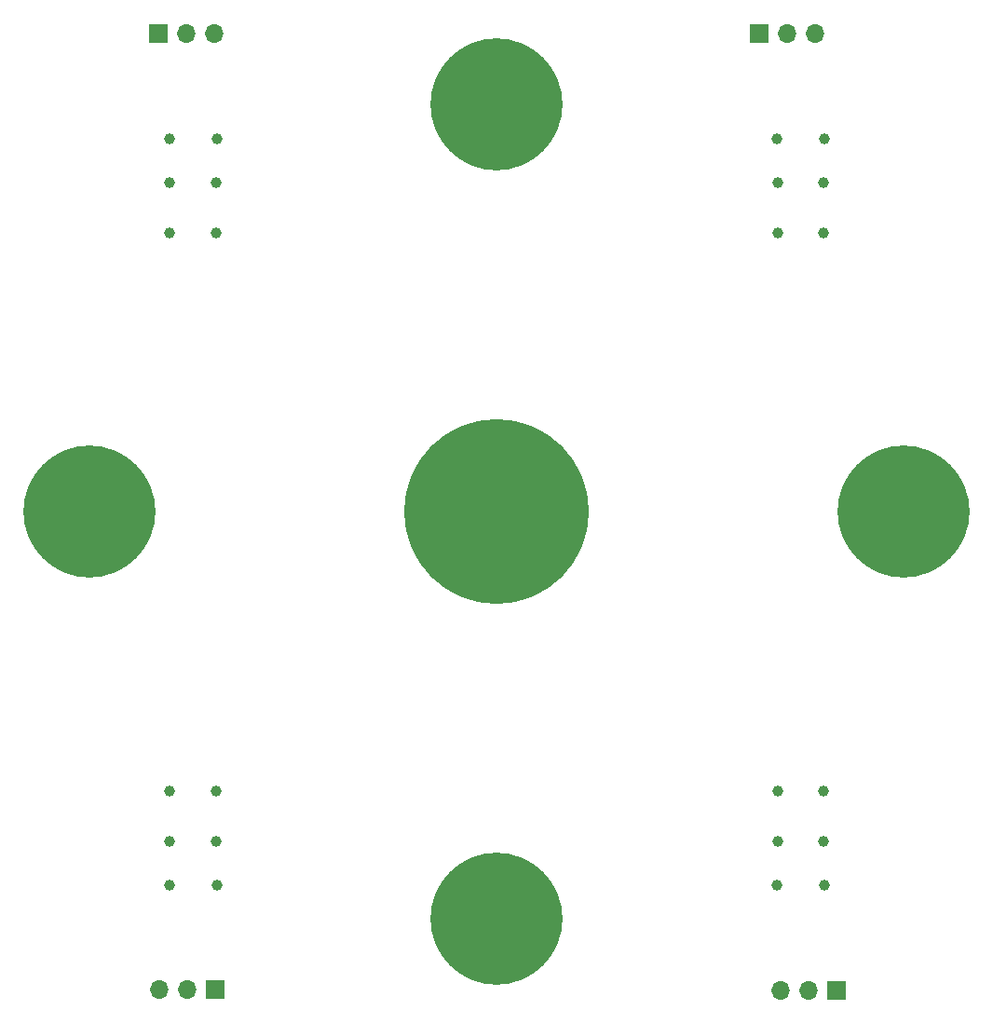
<source format=gbr>
%TF.GenerationSoftware,KiCad,Pcbnew,7.0.5-0*%
%TF.CreationDate,2023-07-05T09:28:37-04:00*%
%TF.ProjectId,quad_sipm,71756164-5f73-4697-906d-2e6b69636164,rev?*%
%TF.SameCoordinates,Original*%
%TF.FileFunction,Soldermask,Top*%
%TF.FilePolarity,Negative*%
%FSLAX46Y46*%
G04 Gerber Fmt 4.6, Leading zero omitted, Abs format (unit mm)*
G04 Created by KiCad (PCBNEW 7.0.5-0) date 2023-07-05 09:28:37*
%MOMM*%
%LPD*%
G01*
G04 APERTURE LIST*
%ADD10C,1.000000*%
%ADD11C,16.800000*%
%ADD12C,12.000000*%
%ADD13R,1.700000X1.700000*%
%ADD14O,1.700000X1.700000*%
G04 APERTURE END LIST*
D10*
%TO.C,D4*%
X74540000Y-66140000D03*
X70240000Y-66140000D03*
X74490000Y-74690000D03*
X70290000Y-74690000D03*
X74490000Y-70090000D03*
X70290000Y-70090000D03*
%TD*%
%TO.C,D3*%
X129785000Y-66140000D03*
X125485000Y-66140000D03*
X129735000Y-74690000D03*
X125535000Y-74690000D03*
X129735000Y-70090000D03*
X125535000Y-70090000D03*
%TD*%
%TO.C,D2*%
X70240000Y-133885000D03*
X74540000Y-133885000D03*
X70290000Y-125335000D03*
X74490000Y-125335000D03*
X70290000Y-129935000D03*
X74490000Y-129935000D03*
%TD*%
%TO.C,D1*%
X125485000Y-133885000D03*
X129785000Y-133885000D03*
X125535000Y-125335000D03*
X129735000Y-125335000D03*
X125535000Y-129935000D03*
X129735000Y-129935000D03*
%TD*%
D11*
%TO.C,H2*%
X100000000Y-100000000D03*
%TD*%
D12*
%TO.C,H3*%
X100000000Y-137000000D03*
%TD*%
%TO.C,H4*%
X137000000Y-100000000D03*
%TD*%
%TO.C,H5*%
X63000000Y-100000000D03*
%TD*%
%TO.C,H1*%
X100000000Y-63000000D03*
%TD*%
D13*
%TO.C,J1*%
X130855000Y-143465000D03*
D14*
X128315000Y-143465000D03*
X125775000Y-143465000D03*
%TD*%
D13*
%TO.C,J3*%
X123825000Y-56515000D03*
D14*
X126365000Y-56515000D03*
X128905000Y-56515000D03*
%TD*%
D13*
%TO.C,J4*%
X69215000Y-56515000D03*
D14*
X71755000Y-56515000D03*
X74295000Y-56515000D03*
%TD*%
D13*
%TO.C,J2*%
X74385000Y-143420000D03*
D14*
X71845000Y-143420000D03*
X69305000Y-143420000D03*
%TD*%
M02*

</source>
